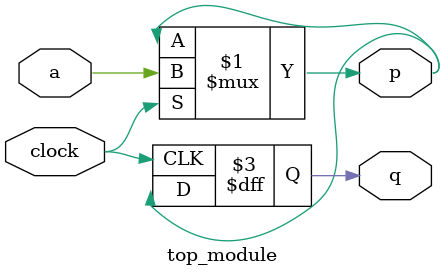
<source format=v>
module top_module (
    input clock,
    input a,
    output p,
    output q );

    assign p = clock ? a : p;
    
    always @ (negedge clock) begin
        q <= p;
    end

endmodule

</source>
